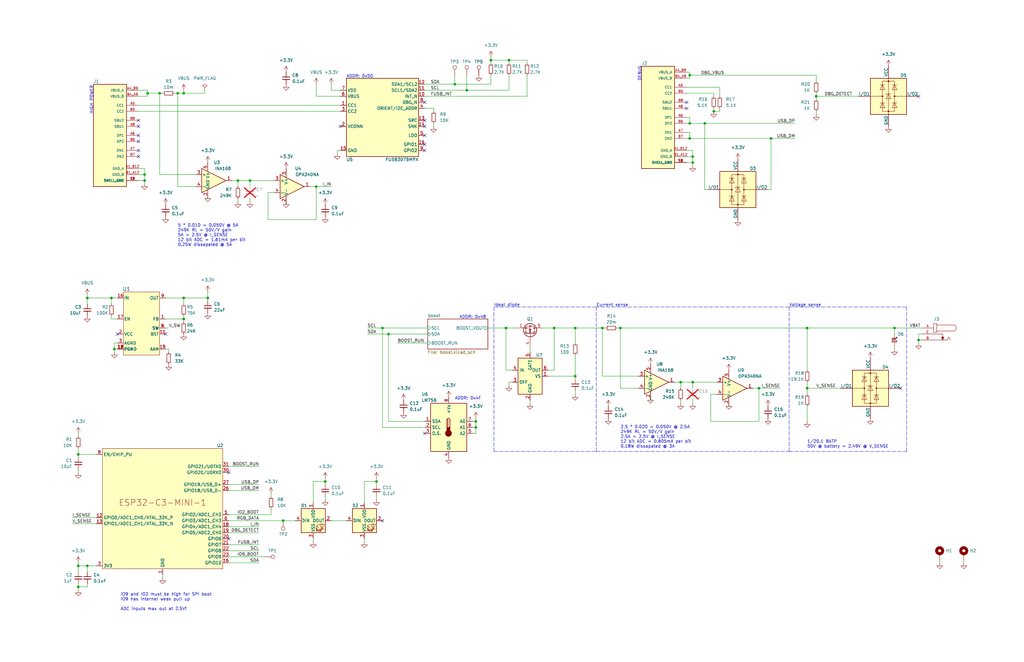
<source format=kicad_sch>
(kicad_sch (version 20231120) (generator "eeschema") (generator_version "8.0")
  (paper "B")
  (title_block (rev "2"))
  (junction (at 133.35 78.74))
  (junction (at 287.02 161.29))
  (junction (at 36.83 238.76))
  (junction (at 67.31 39.37))
  (junction (at 33.02 191.77))
  (junction (at 340.36 138.43))
  (junction (at 77.47 39.37))
  (junction (at 33.02 247.65))
  (junction (at 87.63 125.73))
  (junction (at 105.41 76.2))
  (junction (at 242.57 138.43))
  (junction (at 74.93 39.37))
  (junction (at 292.1 68.58))
  (junction (at 137.16 203.2))
  (junction (at 36.83 125.73))
  (junction (at 290.83 58.42))
  (junction (at 200.66 180.34))
  (junction (at 254 138.43))
  (junction (at 300.99 46.99))
  (junction (at 60.96 76.2))
  (junction (at 214.63 25.4))
  (junction (at 344.17 40.64))
  (junction (at 233.68 138.43))
  (junction (at 292.1 161.29))
  (junction (at 62.23 39.37))
  (junction (at 261.62 138.43))
  (junction (at 196.85 38.1))
  (junction (at 387.35 143.51))
  (junction (at 213.36 138.43))
  (junction (at 207.01 25.4))
  (junction (at 119.38 219.71))
  (junction (at 77.47 134.62))
  (junction (at 200.66 177.8))
  (junction (at 297.18 52.07))
  (junction (at 77.47 125.73))
  (junction (at 158.75 203.2))
  (junction (at 191.77 35.56))
  (junction (at 242.57 158.75))
  (junction (at 290.83 52.07))
  (junction (at 60.96 73.66))
  (junction (at 161.29 138.43))
  (junction (at 377.19 138.43))
  (junction (at 290.83 31.75))
  (junction (at 325.12 58.42))
  (junction (at 33.02 238.76))
  (junction (at 340.36 163.83))
  (junction (at 163.83 140.97))
  (junction (at 100.33 76.2))
  (junction (at 48.26 147.32))
  (junction (at 292.1 66.04))
  (junction (at 46.99 125.73))
  (junction (at 320.04 163.83))
  (no_connect (at 379.73 163.83))
  (no_connect (at 143.51 53.34))
  (no_connect (at 179.07 50.8))
  (no_connect (at 179.07 60.96))
  (no_connect (at 58.42 50.8))
  (no_connect (at 289.56 43.18))
  (no_connect (at 69.85 140.97))
  (no_connect (at 96.52 227.33))
  (no_connect (at 289.56 45.72))
  (no_connect (at 161.29 219.71))
  (no_connect (at 58.42 57.15))
  (no_connect (at 179.07 182.88))
  (no_connect (at 179.07 43.18))
  (no_connect (at 179.07 53.34))
  (no_connect (at 387.35 40.64))
  (no_connect (at 179.07 63.5))
  (no_connect (at 179.07 57.15))
  (no_connect (at 58.42 59.69))
  (no_connect (at 58.42 63.5))
  (no_connect (at 58.42 66.04))
  (no_connect (at 49.53 140.97))
  (no_connect (at 96.52 199.39))
  (no_connect (at 58.42 53.34))
  (wire (pts (xy 200.66 176.53) (xy 200.66 177.8)))
  (wire (pts (xy 96.52 217.17) (xy 114.3 217.17)))
  (wire (pts (xy 233.68 156.21) (xy 233.68 138.43)))
  (wire (pts (xy 242.57 158.75) (xy 242.57 160.02)))
  (wire (pts (xy 300.99 39.37) (xy 300.99 40.64)))
  (wire (pts (xy 105.41 76.2) (xy 105.41 78.74)))
  (wire (pts (xy 207.01 24.13) (xy 207.01 25.4)))
  (wire (pts (xy 297.18 52.07) (xy 297.18 80.01)))
  (polyline (pts (xy 332.74 190.5) (xy 382.27 190.5)) (stroke (width 0) (type dash)))
  (wire (pts (xy 388.62 140.97) (xy 387.35 140.97)))
  (wire (pts (xy 320.04 177.8) (xy 299.72 177.8)))
  (wire (pts (xy 290.83 49.53) (xy 290.83 52.07)))
  (wire (pts (xy 214.63 25.4) (xy 214.63 26.67)))
  (wire (pts (xy 133.35 40.64) (xy 143.51 40.64)))
  (wire (pts (xy 46.99 125.73) (xy 46.99 128.27)))
  (wire (pts (xy 377.19 138.43) (xy 388.62 138.43)))
  (wire (pts (xy 36.83 124.46) (xy 36.83 125.73)))
  (wire (pts (xy 105.41 76.2) (xy 115.57 76.2)))
  (wire (pts (xy 231.14 156.21) (xy 233.68 156.21)))
  (wire (pts (xy 133.35 78.74) (xy 139.7 78.74)))
  (wire (pts (xy 290.83 52.07) (xy 297.18 52.07)))
  (wire (pts (xy 77.47 125.73) (xy 77.47 128.27)))
  (wire (pts (xy 289.56 36.83) (xy 303.53 36.83)))
  (wire (pts (xy 69.85 147.32) (xy 71.12 147.32)))
  (polyline (pts (xy 208.28 190.5) (xy 251.46 190.5)) (stroke (width 0) (type dash)))
  (wire (pts (xy 215.9 156.21) (xy 213.36 156.21)))
  (wire (pts (xy 36.83 125.73) (xy 46.99 125.73)))
  (wire (pts (xy 69.85 138.43) (xy 71.12 138.43)))
  (wire (pts (xy 179.07 180.34) (xy 161.29 180.34)))
  (wire (pts (xy 132.08 203.2) (xy 137.16 203.2)))
  (wire (pts (xy 96.52 234.95) (xy 111.76 234.95)))
  (wire (pts (xy 287.02 161.29) (xy 292.1 161.29)))
  (wire (pts (xy 303.53 46.99) (xy 303.53 45.72)))
  (wire (pts (xy 96.52 237.49) (xy 109.22 237.49)))
  (wire (pts (xy 33.02 237.49) (xy 33.02 238.76)))
  (wire (pts (xy 69.85 125.73) (xy 77.47 125.73)))
  (wire (pts (xy 289.56 49.53) (xy 290.83 49.53)))
  (wire (pts (xy 207.01 35.56) (xy 207.01 31.75)))
  (wire (pts (xy 62.23 40.64) (xy 62.23 39.37)))
  (wire (pts (xy 344.17 40.64) (xy 344.17 41.91)))
  (wire (pts (xy 132.08 212.09) (xy 132.08 203.2)))
  (wire (pts (xy 254 138.43) (xy 255.27 138.43)))
  (wire (pts (xy 200.66 177.8) (xy 200.66 180.34)))
  (wire (pts (xy 77.47 125.73) (xy 87.63 125.73)))
  (wire (pts (xy 154.94 140.97) (xy 163.83 140.97)))
  (wire (pts (xy 292.1 168.91) (xy 292.1 170.18)))
  (wire (pts (xy 58.42 38.1) (xy 62.23 38.1)))
  (wire (pts (xy 344.17 46.99) (xy 344.17 48.26)))
  (wire (pts (xy 179.07 35.56) (xy 191.77 35.56)))
  (wire (pts (xy 46.99 133.35) (xy 46.99 134.62)))
  (wire (pts (xy 158.75 201.93) (xy 158.75 203.2)))
  (wire (pts (xy 60.96 76.2) (xy 60.96 77.47)))
  (wire (pts (xy 284.48 161.29) (xy 287.02 161.29)))
  (wire (pts (xy 33.02 247.65) (xy 36.83 247.65)))
  (wire (pts (xy 179.07 45.72) (xy 182.88 45.72)))
  (wire (pts (xy 340.36 138.43) (xy 340.36 156.21)))
  (wire (pts (xy 96.52 229.87) (xy 109.22 229.87)))
  (wire (pts (xy 213.36 156.21) (xy 213.36 138.43)))
  (wire (pts (xy 323.85 80.01) (xy 325.12 80.01)))
  (wire (pts (xy 222.25 25.4) (xy 222.25 26.67)))
  (wire (pts (xy 74.93 78.74) (xy 74.93 39.37)))
  (wire (pts (xy 214.63 38.1) (xy 214.63 31.75)))
  (wire (pts (xy 325.12 58.42) (xy 335.28 58.42)))
  (wire (pts (xy 36.83 238.76) (xy 40.64 238.76)))
  (wire (pts (xy 167.64 144.78) (xy 180.34 144.78)))
  (wire (pts (xy 340.36 138.43) (xy 377.19 138.43)))
  (wire (pts (xy 406.4 236.22) (xy 406.4 237.49)))
  (wire (pts (xy 179.07 177.8) (xy 163.83 177.8)))
  (wire (pts (xy 69.85 134.62) (xy 77.47 134.62)))
  (wire (pts (xy 205.74 138.43) (xy 213.36 138.43)))
  (wire (pts (xy 96.52 224.79) (xy 109.22 224.79)))
  (wire (pts (xy 62.23 39.37) (xy 62.23 38.1)))
  (wire (pts (xy 96.52 196.85) (xy 109.22 196.85)))
  (wire (pts (xy 387.35 140.97) (xy 387.35 143.51)))
  (wire (pts (xy 242.57 138.43) (xy 242.57 144.78)))
  (wire (pts (xy 300.99 45.72) (xy 300.99 46.99)))
  (wire (pts (xy 73.66 39.37) (xy 74.93 39.37)))
  (polyline (pts (xy 332.74 129.54) (xy 251.46 129.54)) (stroke (width 0) (type dash)))
  (wire (pts (xy 387.35 143.51) (xy 388.62 143.51)))
  (wire (pts (xy 48.26 147.32) (xy 48.26 148.59)))
  (wire (pts (xy 292.1 66.04) (xy 292.1 68.58)))
  (wire (pts (xy 325.12 80.01) (xy 325.12 58.42)))
  (wire (pts (xy 242.57 165.1) (xy 242.57 166.37)))
  (wire (pts (xy 67.31 73.66) (xy 67.31 39.37)))
  (wire (pts (xy 87.63 125.73) (xy 87.63 127)))
  (wire (pts (xy 142.24 63.5) (xy 143.51 63.5)))
  (wire (pts (xy 120.65 85.09) (xy 120.65 86.36)))
  (wire (pts (xy 58.42 46.99) (xy 143.51 46.99)))
  (wire (pts (xy 214.63 161.29) (xy 215.9 161.29)))
  (wire (pts (xy 289.56 68.58) (xy 292.1 68.58)))
  (wire (pts (xy 137.16 203.2) (xy 137.16 204.47)))
  (wire (pts (xy 260.35 138.43) (xy 261.62 138.43)))
  (wire (pts (xy 58.42 40.64) (xy 62.23 40.64)))
  (wire (pts (xy 377.19 138.43) (xy 377.19 140.97)))
  (wire (pts (xy 96.52 222.25) (xy 109.22 222.25)))
  (wire (pts (xy 77.47 133.35) (xy 77.47 134.62)))
  (wire (pts (xy 33.02 182.88) (xy 33.02 184.15)))
  (wire (pts (xy 196.85 31.75) (xy 196.85 38.1)))
  (wire (pts (xy 68.58 242.57) (xy 68.58 243.84)))
  (wire (pts (xy 191.77 35.56) (xy 207.01 35.56)))
  (wire (pts (xy 130.81 78.74) (xy 133.35 78.74)))
  (wire (pts (xy 30.48 218.44) (xy 40.64 218.44)))
  (wire (pts (xy 387.35 143.51) (xy 387.35 144.78)))
  (wire (pts (xy 58.42 71.12) (xy 60.96 71.12)))
  (wire (pts (xy 287.02 168.91) (xy 287.02 170.18)))
  (wire (pts (xy 242.57 149.86) (xy 242.57 158.75)))
  (wire (pts (xy 58.42 73.66) (xy 60.96 73.66)))
  (wire (pts (xy 114.3 208.28) (xy 114.3 209.55)))
  (wire (pts (xy 153.67 227.33) (xy 153.67 228.6)))
  (wire (pts (xy 261.62 138.43) (xy 340.36 138.43)))
  (wire (pts (xy 74.93 39.37) (xy 77.47 39.37)))
  (wire (pts (xy 200.66 182.88) (xy 199.39 182.88)))
  (wire (pts (xy 289.56 33.02) (xy 290.83 33.02)))
  (wire (pts (xy 222.25 40.64) (xy 222.25 31.75)))
  (wire (pts (xy 199.39 177.8) (xy 200.66 177.8)))
  (wire (pts (xy 344.17 31.75) (xy 344.17 34.29)))
  (wire (pts (xy 182.88 52.07) (xy 182.88 53.34)))
  (wire (pts (xy 114.3 217.17) (xy 114.3 214.63)))
  (wire (pts (xy 133.35 78.74) (xy 133.35 92.71)))
  (wire (pts (xy 33.02 241.3) (xy 33.02 238.76)))
  (wire (pts (xy 158.75 203.2) (xy 158.75 204.47)))
  (wire (pts (xy 199.39 180.34) (xy 200.66 180.34)))
  (wire (pts (xy 36.83 246.38) (xy 36.83 247.65)))
  (wire (pts (xy 213.36 138.43) (xy 218.44 138.43)))
  (wire (pts (xy 214.63 162.56) (xy 214.63 161.29)))
  (wire (pts (xy 46.99 134.62) (xy 49.53 134.62)))
  (wire (pts (xy 67.31 39.37) (xy 68.58 39.37)))
  (wire (pts (xy 97.79 76.2) (xy 100.33 76.2)))
  (wire (pts (xy 139.7 219.71) (xy 146.05 219.71)))
  (wire (pts (xy 139.7 35.56) (xy 139.7 38.1)))
  (wire (pts (xy 289.56 39.37) (xy 300.99 39.37)))
  (wire (pts (xy 137.16 209.55) (xy 137.16 210.82)))
  (wire (pts (xy 207.01 25.4) (xy 207.01 26.67)))
  (wire (pts (xy 269.24 163.83) (xy 261.62 163.83)))
  (wire (pts (xy 207.01 25.4) (xy 214.63 25.4)))
  (wire (pts (xy 133.35 35.56) (xy 133.35 40.64)))
  (wire (pts (xy 340.36 171.45) (xy 340.36 177.8)))
  (wire (pts (xy 96.52 232.41) (xy 109.22 232.41)))
  (wire (pts (xy 287.02 161.29) (xy 287.02 163.83)))
  (polyline (pts (xy 382.27 129.54) (xy 332.74 129.54)) (stroke (width 0) (type dash)))
  (wire (pts (xy 182.88 45.72) (xy 182.88 46.99)))
  (wire (pts (xy 77.47 134.62) (xy 77.47 135.89)))
  (wire (pts (xy 200.66 180.34) (xy 200.66 182.88)))
  (wire (pts (xy 33.02 246.38) (xy 33.02 247.65)))
  (polyline (pts (xy 332.74 190.5) (xy 332.74 129.54)) (stroke (width 0) (type dash)))
  (wire (pts (xy 87.63 123.19) (xy 87.63 125.73)))
  (wire (pts (xy 303.53 36.83) (xy 303.53 40.64)))
  (wire (pts (xy 100.33 83.82) (xy 100.33 85.09)))
  (wire (pts (xy 242.57 158.75) (xy 231.14 158.75)))
  (wire (pts (xy 82.55 73.66) (xy 67.31 73.66)))
  (wire (pts (xy 58.42 44.45) (xy 143.51 44.45)))
  (wire (pts (xy 340.36 163.83) (xy 354.33 163.83)))
  (wire (pts (xy 340.36 161.29) (xy 340.36 163.83)))
  (wire (pts (xy 77.47 39.37) (xy 77.47 38.1)))
  (wire (pts (xy 292.1 161.29) (xy 302.26 161.29)))
  (polyline (pts (xy 251.46 190.5) (xy 332.74 190.5)) (stroke (width 0) (type dash)))
  (wire (pts (xy 290.83 58.42) (xy 290.83 55.88)))
  (wire (pts (xy 158.75 209.55) (xy 158.75 210.82)))
  (wire (pts (xy 139.7 38.1) (xy 143.51 38.1)))
  (wire (pts (xy 33.02 191.77) (xy 40.64 191.77)))
  (wire (pts (xy 100.33 76.2) (xy 100.33 78.74)))
  (wire (pts (xy 290.83 58.42) (xy 325.12 58.42)))
  (wire (pts (xy 196.85 38.1) (xy 214.63 38.1)))
  (wire (pts (xy 228.6 138.43) (xy 233.68 138.43)))
  (wire (pts (xy 223.52 168.91) (xy 223.52 170.18)))
  (wire (pts (xy 49.53 144.78) (xy 48.26 144.78)))
  (polyline (pts (xy 251.46 129.54) (xy 208.28 129.54)) (stroke (width 0) (type dash)))
  (wire (pts (xy 60.96 71.12) (xy 60.96 73.66)))
  (wire (pts (xy 48.26 147.32) (xy 49.53 147.32)))
  (wire (pts (xy 320.04 163.83) (xy 320.04 177.8)))
  (wire (pts (xy 396.24 236.22) (xy 396.24 237.49)))
  (wire (pts (xy 133.35 92.71) (xy 113.03 92.71)))
  (wire (pts (xy 96.52 204.47) (xy 109.22 204.47)))
  (wire (pts (xy 307.34 170.18) (xy 307.34 171.45)))
  (wire (pts (xy 154.94 138.43) (xy 161.29 138.43)))
  (wire (pts (xy 161.29 138.43) (xy 180.34 138.43)))
  (wire (pts (xy 242.57 138.43) (xy 254 138.43)))
  (wire (pts (xy 153.67 203.2) (xy 158.75 203.2)))
  (wire (pts (xy 289.56 55.88) (xy 290.83 55.88)))
  (polyline (pts (xy 208.28 129.54) (xy 208.28 190.5)) (stroke (width 0) (type dash)))
  (wire (pts (xy 299.72 166.37) (xy 302.26 166.37)))
  (wire (pts (xy 105.41 83.82) (xy 105.41 85.09)))
  (wire (pts (xy 87.63 82.55) (xy 87.63 83.82)))
  (wire (pts (xy 261.62 163.83) (xy 261.62 138.43)))
  (wire (pts (xy 71.12 147.32) (xy 71.12 148.59)))
  (wire (pts (xy 96.52 207.01) (xy 109.22 207.01)))
  (wire (pts (xy 142.24 64.77) (xy 142.24 63.5)))
  (wire (pts (xy 299.72 177.8) (xy 299.72 166.37)))
  (wire (pts (xy 30.48 220.98) (xy 40.64 220.98)))
  (wire (pts (xy 33.02 238.76) (xy 36.83 238.76)))
  (wire (pts (xy 96.52 219.71) (xy 119.38 219.71)))
  (wire (pts (xy 298.45 80.01) (xy 297.18 80.01)))
  (wire (pts (xy 320.04 163.83) (xy 328.93 163.83)))
  (wire (pts (xy 48.26 144.78) (xy 48.26 147.32)))
  (wire (pts (xy 289.56 30.48) (xy 290.83 30.48)))
  (wire (pts (xy 100.33 76.2) (xy 105.41 76.2)))
  (wire (pts (xy 377.19 146.05) (xy 377.19 147.32)))
  (wire (pts (xy 292.1 63.5) (xy 292.1 66.04)))
  (polyline (pts (xy 382.27 190.5) (xy 382.27 129.54)) (stroke (width 0) (type dash)))
  (polyline (pts (xy 251.46 190.5) (xy 251.46 129.54)) (stroke (width 0) (type dash)))
  (wire (pts (xy 289.56 58.42) (xy 290.83 58.42)))
  (wire (pts (xy 290.83 30.48) (xy 290.83 31.75)))
  (wire (pts (xy 274.32 167.64) (xy 274.32 168.91)))
  (wire (pts (xy 36.83 125.73) (xy 36.83 128.27)))
  (wire (pts (xy 233.68 138.43) (xy 242.57 138.43)))
  (wire (pts (xy 113.03 92.71) (xy 113.03 81.28)))
  (wire (pts (xy 290.83 31.75) (xy 344.17 31.75)))
  (wire (pts (xy 297.18 52.07) (xy 335.28 52.07)))
  (wire (pts (xy 33.02 247.65) (xy 33.02 248.92)))
  (wire (pts (xy 113.03 81.28) (xy 115.57 81.28)))
  (wire (pts (xy 179.07 40.64) (xy 222.25 40.64)))
  (wire (pts (xy 223.52 146.05) (xy 223.52 148.59)))
  (wire (pts (xy 33.02 191.77) (xy 33.02 193.04)))
  (wire (pts (xy 254 158.75) (xy 254 138.43)))
  (wire (pts (xy 137.16 201.93) (xy 137.16 203.2)))
  (wire (pts (xy 191.77 31.75) (xy 191.77 35.56)))
  (wire (pts (xy 86.36 39.37) (xy 86.36 38.1)))
  (wire (pts (xy 62.23 39.37) (xy 67.31 39.37)))
  (wire (pts (xy 33.02 189.23) (xy 33.02 191.77)))
  (wire (pts (xy 132.08 227.33) (xy 132.08 228.6)))
  (wire (pts (xy 161.29 180.34) (xy 161.29 138.43)))
  (wire (pts (xy 300.99 46.99) (xy 303.53 46.99)))
  (wire (pts (xy 153.67 212.09) (xy 153.67 203.2)))
  (wire (pts (xy 33.02 198.12) (xy 33.02 199.39)))
  (wire (pts (xy 163.83 140.97) (xy 180.34 140.97)))
  (wire (pts (xy 58.42 76.2) (xy 60.96 76.2)))
  (wire (pts (xy 292.1 68.58) (xy 292.1 69.85)))
  (wire (pts (xy 60.96 73.66) (xy 60.96 76.2)))
  (wire (pts (xy 289.56 66.04) (xy 292.1 66.04)))
  (wire (pts (xy 119.38 219.71) (xy 124.46 219.71)))
  (wire (pts (xy 344.17 39.37) (xy 344.17 40.64)))
  (wire (pts (xy 36.83 241.3) (xy 36.83 238.76)))
  (wire (pts (xy 82.55 78.74) (xy 74.93 78.74)))
  (wire (pts (xy 289.56 52.07) (xy 290.83 52.07)))
  (wire (pts (xy 290.83 31.75) (xy 290.83 33.02)))
  (wire (pts (xy 344.17 40.64) (xy 361.95 40.64)))
  (wire (pts (xy 292.1 161.29) (xy 292.1 163.83)))
  (wire (pts (xy 289.56 63.5) (xy 292.1 63.5)))
  (wire (pts (xy 214.63 25.4) (xy 222.25 25.4)))
  (wire (pts (xy 340.36 163.83) (xy 340.36 166.37)))
  (wire (pts (xy 46.99 125.73) (xy 49.53 125.73)))
  (wire (pts (xy 317.5 163.83) (xy 320.04 163.83)))
  (wire (pts (xy 77.47 39.37) (xy 86.36 39.37)))
  (wire (pts (xy 179.07 38.1) (xy 196.85 38.1)))
  (wire (pts (xy 163.83 177.8) (xy 163.83 140.97)))
  (wire (pts (xy 269.24 158.75) (xy 254 158.75)))
  (text "ADDR: 0x50" (at 146.05 33.02 0) (effects (font (size 1.27 1.27)) (justify left bottom)))
  (text "5 * 0.010 = 0.050V @ 5A\n249K RL = 50V/V gain\n5A = 2.5V @ I_SENSE\n12 bit ADC = 1.61mA per bit\n0.25W dissapated @ 5A" (at 74.93 104.14 0) (effects (font (size 1.27 1.27)) (justify left bottom)))
  (text "Ideal diode" (at 208.28 129.54 0) (effects (font (size 1.27 1.27)) (justify left bottom)))
  (text "1/20.1 BATP\n50V @ battery = 2.49V @ V_SENSE" (at 340.36 189.23 0) (effects (font (size 1.27 1.27)) (justify left bottom)))
  (text "DEBUG" (at 270.51 34.29 90) (effects (font (size 1.27 1.27)) (justify left bottom)))
  (text "HIGH POWER" (at 39.37 48.26 90) (effects (font (size 1.27 1.27)) (justify left bottom)))
  (text "Current sense" (at 251.46 129.54 0) (effects (font (size 1.27 1.27)) (justify left bottom)))
  (text "IO9 and IO2 must be high for SPI boot\nIO9 has internal weak pull up\n\nADC inputs max out at 2.5V!" (at 50.8 257.81 0) (effects (font (size 1.27 1.27)) (justify left bottom)))
  (text "ADDR: 0x48" (at 193.675 134.62 0) (effects (font (size 1.27 1.27)) (justify left bottom)))
  (text "ADDR: 0x4F" (at 191.77 168.91 0) (effects (font (size 1.27 1.27)) (justify left bottom)))
  (text "Voltage sense" (at 332.74 129.54 0) (effects (font (size 1.27 1.27)) (justify left bottom)))
  (text "2.5 * 0.020 = 0.050V @ 2.5A\n249K RL = 50V/V gain\n2.5A = 2.5V @ I_SENSE\n12 bit ADC = 0.805mA per bit\n0.18W dissapated @ 3A" (at 261.62 189.23 0) (effects (font (size 1.27 1.27)) (justify left bottom)))
  (label "V_SENSE" (at 344.17 163.83 0))
  (label "SDA" (at 181.61 35.56 0))
  (label "BOOST_RUN" (at 109.22 196.85 180))
  (label "I_SENSE" (at 30.48 218.44 0))
  (label "USB_DM" (at 109.22 207.01 180))
  (label "FUSB_INT" (at 109.22 229.87 180))
  (label "I_IN" (at 109.22 222.25 180))
  (label "SCL" (at 181.61 38.1 0))
  (label "I_IN" (at 139.7 78.74 180))
  (label "SDA" (at 154.94 140.97 0))
  (label "DBG_DETECT" (at 109.22 224.79 180))
  (label "IO2_BOOT" (at 109.22 217.17 180))
  (label "RGB_DATA" (at 109.22 219.71 180))
  (label "VBAT" (at 383.54 138.43 0))
  (label "USB_DM" (at 335.28 58.42 180))
  (label "USB_DP" (at 335.28 52.07 180))
  (label "SCL" (at 109.22 232.41 180))
  (label "SDA" (at 109.22 237.49 180))
  (label "SCL" (at 154.94 138.43 0))
  (label "USB_DP" (at 109.22 204.47 180))
  (label "BOOST_RUN" (at 167.64 144.78 0))
  (label "V_SENSE" (at 30.48 220.98 0))
  (label "FUSB_INT" (at 181.61 40.64 0))
  (label "DBG_VBUS" (at 305.435 31.75 180))
  (label "IO9_BOOT" (at 109.22 234.95 180))
  (label "V_SW" (at 71.12 138.43 0))
  (label "DBG_DETECT" (at 359.41 40.64 180))
  (label "I_SENSE" (at 328.93 163.83 180))
  (symbol (lib_id "power:VBUS") (at 133.35 35.56 0) (mirror y) (unit 1)
    (property "Reference" "#PWR085" (effects (hide yes)))
    (property "Value" "VBUS" (at 133.35 30.48 0))
  )
  (symbol (lib_id "power:+3.3V") (at 33.02 182.88 0) (unit 1)
    (property "Reference" "#PWR01" (effects (hide yes)))
    (property "Value" "+3.3V" (at 33.02 177.8 0))
  )
  (symbol (lib_id "Device:R_Small") (at 257.81 138.43 90) (unit 1)
    (property "Reference" "R14" (at 257.81 133.35 90))
    (property "Value" "20m" (at 257.81 135.89 90))
    (property "Footprint" "Resistor_SMD:R_0603_1608Metric" (effects (hide yes)))
    (property "MPN" "ERJ-3BWFR020V" (effects (hide yes)))
  )
  (symbol (lib_id "power:+3.3V") (at 114.3 208.28 0) (unit 1)
    (property "Reference" "#PWR021" (effects (hide yes)))
    (property "Value" "+3.3V" (at 114.3 203.2 0))
  )
  (symbol (lib_id "Device:C_Small") (at 256.54 173.99 0) (mirror y) (unit 1)
    (property "Reference" "C14" (at 259.08 172.7263 0) (effects (justify right)))
    (property "Value" "0.1uF" (at 259.08 175.2663 0) (effects (justify right)))
    (property "Footprint" "Capacitor_SMD:C_0603_1608Metric" (effects (hide yes)))
    (property "MPN" "CL10B104KB8NNNC" (effects (hide yes)))
  )
  (symbol (lib_id "Transistor_FET:CSD19532Q5B") (at 223.52 140.97 270) (mirror x) (unit 1)
    (property "Reference" "Q1" (at 223.52 134.62 90))
    (property "Value" "CSD19532Q5B" (effects (hide yes)))
    (property "Footprint" "Package_TO_SOT_SMD:TDSON-8-1" (effects (hide yes)))
    (property "Datasheet" "http://www.ti.com/lit/gpn/csd19532q5b" (effects (hide yes)))
    (property "MPN" "CSD19532Q5B" (effects (hide yes)))
  )
  (symbol (lib_id "Device:R_Small") (at 71.12 151.13 0) (unit 1)
    (property "Reference" "R4" (at 73.66 149.86 0) (effects (justify left)))
    (property "Value" "33K" (at 73.66 152.4 0) (effects (justify left)))
    (property "Footprint" "Resistor_SMD:R_0603_1608Metric" (effects (hide yes)))
    (property "MPN" "RMCF0603FT33K0" (effects (hide yes)))
  )
  (symbol (lib_id "power:GND") (at 182.88 53.34 0) (unit 1)
    (property "Reference" "#PWR038" (effects (hide yes)))
    (property "Value" "GND" (effects (hide yes)))
  )
  (symbol (lib_id "power:GND") (at 77.47 140.97 0) (unit 1)
    (property "Reference" "#PWR014" (effects (hide yes)))
    (property "Value" "GND" (effects (hide yes)))
  )
  (symbol (lib_id "power:+3.3V") (at 274.32 153.67 0) (unit 1)
    (property "Reference" "#PWR049" (effects (hide yes)))
    (property "Value" "+3.3V" (at 274.32 148.59 0))
  )
  (symbol (lib_id "power:GND") (at 158.75 210.82 0) (unit 1)
    (property "Reference" "#PWR035" (effects (hide yes)))
    (property "Value" "GND" (effects (hide yes)))
  )
  (symbol (lib_id "power:GND") (at 137.16 210.82 0) (unit 1)
    (property "Reference" "#PWR030" (effects (hide yes)))
    (property "Value" "GND" (effects (hide yes)))
  )
  (symbol (lib_id "Device:C_Small") (at 158.75 207.01 0) (mirror y) (unit 1)
    (property "Reference" "C11" (at 161.29 205.7463 0) (effects (justify right)))
    (property "Value" "0.1uF" (at 161.29 208.2863 0) (effects (justify right)))
    (property "Footprint" "Capacitor_SMD:C_0603_1608Metric" (effects (hide yes)))
    (property "MPN" "CL10B104KB8NNNC" (effects (hide yes)))
  )
  (symbol (lib_id "power:+3.3V") (at 189.23 167.64 0) (unit 1)
    (property "Reference" "#PWR039" (effects (hide yes)))
    (property "Value" "+3.3V" (at 189.23 162.56 0))
  )
  (symbol (lib_id "Device:R_Small") (at 77.47 130.81 0) (unit 1)
    (property "Reference" "R5" (at 78.74 129.54 0) (effects (justify left)))
    (property "Value" "75K" (at 78.74 132.08 0) (effects (justify left)))
    (property "Footprint" "Resistor_SMD:R_0603_1608Metric" (effects (hide yes)))
    (property "MPN" "RC0603FR-0775KL" (effects (hide yes)))
  )
  (symbol (lib_id "Device:C_Small") (at 137.16 207.01 0) (mirror y) (unit 1)
    (property "Reference" "C10" (at 139.7 205.7463 0) (effects (justify right)))
    (property "Value" "0.1uF" (at 139.7 208.2863 0) (effects (justify right)))
    (property "Footprint" "Capacitor_SMD:C_0603_1608Metric" (effects (hide yes)))
    (property "MPN" "CL10B104KB8NNNC" (effects (hide yes)))
  )
  (symbol (lib_id "power:GND") (at 189.23 193.04 0) (unit 1)
    (property "Reference" "#PWR040" (effects (hide yes)))
    (property "Value" "GND" (effects (hide yes)))
  )
  (symbol (lib_id "Amplifier_Current:INA168") (at 90.17 76.2 0) (unit 1)
    (property "Reference" "U3" (at 91.44 68.58 0))
    (property "Value" "INA168" (at 93.98 71.12 0))
    (property "Footprint" "Package_TO_SOT_SMD:SOT-23-5" (effects (hide yes)))
    (property "Datasheet" "http://www.ti.com/lit/ds/symlink/ina138.pdf" (effects (hide yes)))
    (property "MPN" "INA168NA" (effects (hide yes)))
  )
  (symbol (lib_id "power:+3.3V") (at 307.34 156.21 0) (unit 1)
    (property "Reference" "#PWR055" (effects (hide yes)))
    (property "Value" "+3.3V" (at 307.34 151.13 0))
  )
  (symbol (lib_id "Device:R_Small") (at 303.53 43.18 0) (unit 1)
    (property "Reference" "R17" (at 306.07 41.91 0) (effects (justify left)))
    (property "Value" "5.1K" (at 306.07 44.45 0) (effects (justify left)))
    (property "Footprint" "Resistor_SMD:R_0603_1608Metric" (effects (hide yes)))
    (property "MPN" "RC0603FR-075K1L" (effects (hide yes)))
  )
  (symbol (lib_id "Device:C_Small") (at 36.83 243.84 0) (mirror y) (unit 1)
    (property "Reference" "C4" (at 39.37 242.5763 0) (effects (justify right)))
    (property "Value" "0.1uF" (at 39.37 245.1163 0) (effects (justify right)))
    (property "Footprint" "Capacitor_SMD:C_0603_1608Metric" (effects (hide yes)))
    (property "MPN" "CL10B104KB8NNNC" (effects (hide yes)))
  )
  (symbol (lib_id "power:GND") (at 68.58 243.84 0) (unit 1)
    (property "Reference" "#PWR09" (effects (hide yes)))
    (property "Value" "GND" (effects (hide yes)))
  )
  (symbol (lib_id "power:+3.3V") (at 158.75 201.93 0) (unit 1)
    (property "Reference" "#PWR034" (effects (hide yes)))
    (property "Value" "+3.3V" (at 158.75 196.85 0))
  )
  (symbol (lib_id "power:+3.3V") (at 137.16 86.36 0) (unit 1)
    (property "Reference" "#PWR027" (effects (hide yes)))
    (property "Value" "+3.3V" (at 137.16 81.28 0))
  )
  (symbol (lib_id "power:GND") (at 344.17 48.26 0) (unit 1)
    (property "Reference" "#PWR062" (effects (hide yes)))
    (property "Value" "GND" (effects (hide yes)))
  )
  (symbol (lib_id "power:+3.3V") (at 137.16 201.93 0) (unit 1)
    (property "Reference" "#PWR029" (effects (hide yes)))
    (property "Value" "+3.3V" (at 137.16 196.85 0))
  )
  (symbol (lib_id "Device:R_Small") (at 100.33 81.28 0) (unit 1)
    (property "Reference" "R7" (at 97.79 80.01 0) (effects (justify right)))
    (property "Value" "249K" (at 97.79 82.55 0) (effects (justify right)))
    (property "Footprint" "Resistor_SMD:R_0603_1608Metric" (effects (hide yes)))
    (property "MPN" "RMCF0603FT249K" (effects (hide yes)))
  )
  (symbol (lib_id "power:GND") (at 142.24 64.77 0) (unit 1)
    (property "Reference" "#PWR032" (effects (hide yes)))
    (property "Value" "GND" (effects (hide yes)))
  )
  (symbol (lib_id "Device:R_Small") (at 340.36 158.75 0) (unit 1)
    (property "Reference" "R18" (at 339.09 157.48 0) (effects (justify right)))
    (property "Value" "19.1K" (at 339.09 160.02 0) (effects (justify right)))
    (property "Footprint" "Resistor_SMD:R_0603_1608Metric" (effects (hide yes)))
    (property "MPN" "RMCF0603FT19K1" (effects (hide yes)))
  )
  (symbol (lib_id "power:GND") (at 256.54 176.53 0) (unit 1)
    (property "Reference" "#PWR048" (effects (hide yes)))
    (property "Value" "GND" (effects (hide yes)))
  )
  (symbol (lib_id "power:GND") (at 120.65 85.09 0) (unit 1)
    (property "Reference" "#PWR023" (effects (hide yes)))
    (property "Value" "GND" (effects (hide yes)))
  )
  (symbol (lib_id "power:GND") (at 396.24 237.49 0) (unit 1)
    (property "Reference" "#PWR069" (effects (hide yes)))
    (property "Value" "GND" (effects (hide yes)))
  )
  (symbol (lib_id "Device:R_Small") (at 300.99 43.18 0) (mirror y) (unit 1)
    (property "Reference" "R16" (at 298.45 41.91 0) (effects (justify left)))
    (property "Value" "5.1K" (at 298.45 44.45 0) (effects (justify left)))
    (property "Footprint" "Resistor_SMD:R_0603_1608Metric" (effects (hide yes)))
    (property "MPN" "RC0603FR-075K1L" (effects (hide yes)))
  )
  (symbol (lib_id "MPM3606A:MPM3606AGQV-P") (at 44.45 125.73 0) (unit 1)
    (property "Reference" "U1" (at 53.34 121.92 0) (effects (font (size 1.524 1.524))))
    (property "Value" "MPM3606AGQV-P" (effects (hide yes)))
    (property "Footprint" "MPM3606A:QFN3p0x5p0x1p6_MPM3606A_MNP" (effects (hide yes)))
    (property "Datasheet" "MPM3606AGQV-P" (effects (hide yes)))
    (property "MPN" "MPM3606AGQV-P" (effects (hide yes)))
  )
  (symbol (lib_id "power:GND") (at 105.41 85.09 0) (unit 1)
    (property "Reference" "#PWR020" (effects (hide yes)))
    (property "Value" "GND" (effects (hide yes)))
  )
  (symbol (lib_id "Device:R_Small") (at 344.17 36.83 0) (unit 1)
    (property "Reference" "R20" (at 341.63 35.56 0) (effects (justify right)))
    (property "Value" "1K" (at 341.63 38.1 0) (effects (justify right)))
    (property "Footprint" "Resistor_SMD:R_0603_1608Metric" (effects (hide yes)))
    (property "MPN" "RC0603FR-071KL" (effects (hide yes)))
  )
  (symbol (lib_id "power:GND") (at 387.35 144.78 0) (unit 1)
    (property "Reference" "#PWR068" (effects (hide yes)))
    (property "Value" "GND" (effects (hide yes)))
  )
  (symbol (lib_id "Device:R_Small") (at 182.88 49.53 0) (unit 1)
    (property "Reference" "R9" (at 185.42 48.26 0) (effects (justify left)))
    (property "Value" "10K" (at 185.42 50.8 0) (effects (justify left)))
    (property "Footprint" "Resistor_SMD:R_0603_1608Metric" (effects (hide yes)))
    (property "MPN" "RMCF0603FT10K0" (effects (hide yes)))
  )
  (symbol (lib_id "Device:C_Small") (at 170.18 171.45 0) (mirror y) (unit 1)
    (property "Reference" "C12" (at 172.72 170.1863 0) (effects (justify right)))
    (property "Value" "0.1uF" (at 172.72 172.7263 0) (effects (justify right)))
    (property "Footprint" "Capacitor_SMD:C_0603_1608Metric" (effects (hide yes)))
    (property "MPN" "CL10B104KB8NNNC" (effects (hide yes)))
  )
  (symbol (lib_id "Device:R_Small") (at 242.57 147.32 0) (unit 1)
    (property "Reference" "R13" (at 240.03 146.05 0) (effects (justify right)))
    (property "Value" "100" (at 240.03 148.59 0) (effects (justify right)))
    (property "Footprint" "Resistor_SMD:R_0603_1608Metric" (effects (hide yes)))
    (property "MPN" "RMCF0603FT100R" (effects (hide yes)))
  )
  (symbol (lib_id "power:GND") (at 137.16 91.44 0) (unit 1)
    (property "Reference" "#PWR028" (effects (hide yes)))
    (property "Value" "GND" (effects (hide yes)))
  )
  (symbol (lib_id "power:GND") (at 292.1 69.85 0) (unit 1)
    (property "Reference" "#PWR052" (effects (hide yes)))
    (property "Value" "GND" (effects (hide yes)))
  )
  (symbol (lib_id "power:GND") (at 292.1 170.18 0) (unit 1)
    (property "Reference" "#PWR053" (effects (hide yes)))
    (property "Value" "GND" (effects (hide yes)))
  )
  (symbol (lib_id "power:GND") (at 69.85 91.44 0) (unit 1)
    (property "Reference" "#PWR011" (effects (hide yes)))
    (property "Value" "GND" (effects (hide yes)))
  )
  (symbol (lib_id "power:GND") (at 323.85 176.53 0) (unit 1)
    (property "Reference" "#PWR060" (effects (hide yes)))
    (property "Value" "GND" (effects (hide yes)))
  )
  (symbol (lib_id "power:GND") (at 201.93 31.75 0) (unit 1)
    (property "Reference" "#PWR042" (effects (hide yes)))
    (property "Value" "GND" (effects (hide yes)))
  )
  (symbol (lib_id "power:VBUS") (at 77.47 38.1 0) (unit 1)
    (property "Reference" "#PWR013" (effects (hide yes)))
    (property "Value" "VBUS" (at 77.47 33.02 0))
  )
  (symbol (lib_id "power:GND") (at 132.08 228.6 0) (unit 1)
    (property "Reference" "#PWR026" (effects (hide yes)))
    (property "Value" "GND" (effects (hide yes)))
  )
  (symbol (lib_id "Power_Management:LM5050-1") (at 223.52 158.75 0) (unit 1)
    (property "Reference" "U7" (at 226.06 149.86 0) (effects (justify left)))
    (property "Value" "LM5050-1" (effects (hide yes)))
    (property "Footprint" "Package_TO_SOT_SMD:TSOT-23-6" (effects (hide yes)))
    (property "Datasheet" "http://www.ti.com/lit/ds/symlink/lm5050-1-q1.pdf" (effects (hide yes)))
    (property "MPN" "LM5050MKX-1/NOPB" (effects (hide yes)))
  )
  (symbol (lib_id "power:+3.3V") (at 87.63 68.58 0) (unit 1)
    (property "Reference" "#PWR015" (effects (hide yes)))
    (property "Value" "+3.3V" (at 87.63 63.5 0))
  )
  (symbol (lib_id "power:GND") (at 287.02 170.18 0) (unit 1)
    (property "Reference" "#PWR051" (effects (hide yes)))
    (property "Value" "GND" (effects (hide yes)))
  )
  (symbol (lib_id "power:GND") (at 374.65 53.34 0) (unit 1)
    (property "Reference" "#PWR066" (effects (hide yes)))
    (property "Value" "GND" (effects (hide yes)))
  )
  (symbol (lib_id "Device:C_Small") (at 323.85 173.99 0) (mirror y) (unit 1)
    (property "Reference" "C16" (at 326.39 172.7263 0) (effects (justify right)))
    (property "Value" "0.1uF" (at 326.39 175.2663 0) (effects (justify right)))
    (property "Footprint" "Capacitor_SMD:C_0603_1608Metric" (effects (hide yes)))
    (property "MPN" "CL10B104KB8NNNC" (effects (hide yes)))
  )
  (symbol (lib_id "Amplifier_Operational:OPA340NA") (at 123.19 78.74 0) (unit 1)
    (property "Reference" "U4" (at 125.73 71.12 0))
    (property "Value" "OPA340NA" (at 129.54 73.66 0))
    (property "Footprint" "Package_TO_SOT_SMD:SOT-23-5" (effects (hide yes)))
    (property "Datasheet" "http://www.ti.com/lit/ds/symlink/opa340.pdf" (effects (hide yes)))
    (property "MPN" "OPA340NA" (effects (hide yes)))
  )
  (symbol (lib_id "power:GND") (at 87.63 82.55 0) (unit 1)
    (property "Reference" "#PWR016" (effects (hide yes)))
    (property "Value" "GND" (effects (hide yes)))
  )
  (symbol (lib_id "power:GND") (at 153.67 228.6 0) (unit 1)
    (property "Reference" "#PWR033" (effects (hide yes)))
    (property "Value" "GND" (effects (hide yes)))
  )
  (symbol (lib_id "Power_Protection:PRTR5V0U2X") (at 311.15 80.01 0) (unit 1)
    (property "Reference" "D3" (at 317.5 71.12 0))
    (property "Value" "PRTR5V0U2X" (effects (hide yes)))
    (property "Footprint" "Package_TO_SOT_SMD:SOT-143" (effects (hide yes)))
    (property "Datasheet" "https://assets.nexperia.com/documents/data-sheet/PRTR5V0U2X.pdf" (effects (hide yes)))
    (property "MPN" "PRTR5V0U2X,215" (effects (hide yes)))
  )
  (symbol (lib_id "Device:C_Small") (at 120.65 33.02 0) (mirror y) (unit 1)
    (property "Reference" "C8" (at 123.19 31.7563 0) (effects (justify right)))
    (property "Value" "0.1uF" (at 123.19 34.2963 0) (effects (justify right)))
    (property "Footprint" "Capacitor_SMD:C_0603_1608Metric" (effects (hide yes)))
    (property "MPN" "CL10B104KB8NNNC" (effects (hide yes)))
  )
  (symbol (lib_id "power:GND") (at 242.57 166.37 0) (unit 1)
    (property "Reference" "#PWR046" (effects (hide yes)))
    (property "Value" "GND" (effects (hide yes)))
  )
  (symbol (lib_id "Device:C_Small") (at 87.63 129.54 0) (mirror y) (unit 1)
    (property "Reference" "C6" (at 90.17 128.2763 0) (effects (justify right)))
    (property "Value" "22uF" (at 90.17 130.8163 0) (effects (justify right)))
    (property "Footprint" "Capacitor_SMD:C_1206_3216Metric" (effects (hide yes)))
    (property "MPN" "CL31A226KAHNNNE" (effects (hide yes)))
  )
  (symbol (lib_id "Device:C_Small") (at 242.57 162.56 0) (mirror y) (unit 1)
    (property "Reference" "C13" (at 245.11 161.2963 0) (effects (justify right)))
    (property "Value" "0.1uF" (at 245.11 163.8363 0) (effects (justify right)))
    (property "Footprint" "Capacitor_SMD:C_0603_1608Metric" (effects (hide yes)))
    (property "MPN" "CL10B104KC8NNNC" (effects (hide yes)))
  )
  (symbol (lib_id "Device:R_Small") (at 207.01 29.21 0) (unit 1)
    (property "Reference" "R10" (at 208.28 27.94 0) (effects (justify left)))
    (property "Value" "2.7K" (at 208.28 30.48 0) (effects (justify left)))
    (property "Footprint" "Resistor_SMD:R_0603_1608Metric" (effects (hide yes)))
    (property "MPN" "RC0603JR-072K7L" (effects (hide yes)))
  )
  (symbol (lib_id "power:+3.3V") (at 69.85 86.36 0) (unit 1)
    (property "Reference" "#PWR010" (effects (hide yes)))
    (property "Value" "+3.3V" (at 69.85 81.28 0))
  )
  (symbol (lib_id "power:+3.3V") (at 33.02 237.49 0) (unit 1)
    (property "Reference" "#PWR03" (effects (hide yes)))
    (property "Value" "+3.3V" (at 33.02 232.41 0))
  )
  (symbol (lib_id "power:GND") (at 36.83 133.35 0) (unit 1)
    (property "Reference" "#PWR06" (effects (hide yes)))
    (property "Value" "GND" (effects (hide yes)))
  )
  (symbol (lib_id "Connector:TestPoint") (at 111.76 234.95 270) (unit 1)
    (property "Reference" "TP1" (at 113.03 232.41 90) (effects (justify left)))
    (property "Value" "RCU-0C" (effects (hide yes)))
    (property "Footprint" "RCU-0C:TP+195X110" (effects (hide yes)))
    (property "MPN" "RCU-0C" (effects (hide yes)))
  )
  (symbol (lib_id "Device:R_Small") (at 222.25 29.21 0) (unit 1)
    (property "Reference" "R12" (at 223.52 27.94 0) (effects (justify left)))
    (property "Value" "2.7K" (at 223.52 30.48 0) (effects (justify left)))
    (property "Footprint" "Resistor_SMD:R_0603_1608Metric" (effects (hide yes)))
    (property "MPN" "RC0603JR-072K7L" (effects (hide yes)))
  )
  (symbol (lib_id "power:GND") (at 120.65 35.56 0) (unit 1)
    (property "Reference" "#PWR025" (effects (hide yes)))
    (property "Value" "GND" (effects (hide yes)))
  )
  (symbol (lib_id "power:+3.3V") (at 374.65 27.94 0) (unit 1)
    (property "Reference" "#PWR065" (effects (hide yes)))
    (property "Value" "+3.3V" (at 374.65 22.86 0))
  )
  (symbol (lib_id "power:GND") (at 170.18 173.99 0) (unit 1)
    (property "Reference" "#PWR037" (effects (hide yes)))
    (property "Value" "GND" (effects (hide yes)))
  )
  (symbol (lib_id "power:+3.3V") (at 120.65 30.48 0) (unit 1)
    (property "Reference" "#PWR024" (effects (hide yes)))
    (property "Value" "+3.3V" (at 120.65 25.4 0))
  )
  (symbol (lib_id "LED:WS2812B") (at 153.67 219.71 0) (unit 1)
    (property "Reference" "D2" (at 149.86 213.36 0))
    (property "Value" "WS2812B" (effects (hide yes)))
    (property "Footprint" "LED_SMD:LED_WS2812B_PLCC4_5.0x5.0mm_P3.2mm" (effects (hide yes)))
    (property "Datasheet" "https://cdn-shop.adafruit.com/datasheets/WS2812B.pdf" (effects (hide yes)))
    (property "MPN" "COM-16347" (effects (hide yes)))
  )
  (symbol (lib_id "power:GND") (at 300.99 46.99 0) (unit 1)
    (property "Reference" "#PWR054" (effects (hide yes)))
    (property "Value" "GND" (effects (hide yes)))
  )
  (symbol (lib_id "power:+3.3V") (at 200.66 176.53 0) (unit 1)
    (property "Reference" "#PWR041" (effects (hide yes)))
    (property "Value" "+3.3V" (at 200.66 171.45 0))
  )
  (symbol (lib_id "power:GND") (at 377.19 147.32 0) (unit 1)
    (property "Reference" "#PWR067" (effects (hide yes)))
    (property "Value" "GND" (effects (hide yes)))
  )
  (symbol (lib_id "Mechanical:MountingHole_Pad") (at 406.4 233.68 0) (unit 1)
    (property "Reference" "H2" (at 408.94 232.41 0) (effects (justify left)))
    (property "Value" "MountingHole_Pad" (effects (hide yes)))
    (property "Footprint" "MountingHole:MountingHole_3.2mm_M3_ISO7380_Pad_TopBottom" (effects (hide yes)))
  )
  (symbol (lib_id "Sensor_Temperature:LM75B") (at 189.23 180.34 0) (unit 1)
    (property "Reference" "U6" (at 177.8 166.37 0) (effects (justify left)))
    (property "Value" "LM75B" (at 177.8 168.91 0) (effects (justify left)))
    (property "Footprint" "Package_SO:SOIC-8_3.9x4.9mm_P1.27mm" (effects (hide yes)))
    (property "Datasheet" "http://www.ti.com/lit/ds/symlink/lm75b.pdf" (effects (hide yes)))
    (property "MPN" "LM75BDP" (effects (hide yes)))
  )
  (symbol (lib_id "power:GND") (at 367.03 176.53 0) (unit 1)
    (property "Reference" "#PWR064" (effects (hide yes)))
    (property "Value" "GND" (effects (hide yes)))
  )
  (symbol (lib_id "power:GND") (at 100.33 85.09 0) (unit 1)
    (property "Reference" "#PWR019" (effects (hide yes)))
    (property "Value" "GND" (effects (hide yes)))
  )
  (symbol (lib_id "PCM_Espressif:ESP32-C3-MINI-1") (at 68.58 214.63 0) (unit 1)
    (property "Reference" "U2" (at 91.44 187.96 0) (effects (justify left)))
    (property "Value" "ESP32-C3-MINI-1" (effects (hide yes)))
    (property "Footprint" "PCM_Espressif:ESP32-C3-MINI-1" (effects (hide yes)))
    (property "Datasheet" "https://www.espressif.com/sites/default/files/documentation/esp32-c3-mini-1_datasheet_en.pdf" (effects (hide yes)))
    (property "MPN" "ESP32-C3-MINI-1-N4" (effects (hide yes)))
  )
  (symbol (lib_id "power:+3.3V") (at 207.01 24.13 0) (unit 1)
    (property "Reference" "#PWR043" (effects (hide yes)))
    (property "Value" "+3.3V" (at 207.01 19.05 0))
  )
  (symbol (lib_id "power:GND") (at 48.26 148.59 0) (unit 1)
    (property "Reference" "#PWR07" (effects (hide yes)))
    (property "Value" "GND" (effects (hide yes)))
  )
  (symbol (lib_id "power:+3.3V") (at 256.54 171.45 0) (unit 1)
    (property "Reference" "#PWR047" (effects (hide yes)))
    (property "Value" "+3.3V" (at 256.54 166.37 0))
  )
  (symbol (lib_id "Device:R_Small") (at 114.3 212.09 0) (unit 1)
    (property "Reference" "R8" (at 116.84 210.82 0) (effects (justify left)))
    (property "Value" "10K" (at 116.84 213.36 0) (effects (justify left)))
    (property "Footprint" "Resistor_SMD:R_0603_1608Metric" (effects (hide yes)))
    (property "MPN" "RMCF0603FT10K0" (effects (hide yes)))
  )
  (symbol (lib_id "Interface_USB:FUSB307BMPX") (at 161.29 59.69 0) (unit 1)
    (property "Reference" "U5" (at 146.05 67.31 0) (effects (justify left)))
    (property "Value" "FUSB307BMPX" (at 162.56 67.31 0) (effects (justify left)))
    (property "Footprint" "Package_DFN_QFN:WQFN-16-1EP_3x3mm_P0.5mm_EP1.75x1.75mm" (effects (hide yes)))
    (property "Datasheet" "http://www.onsemi.com/pub/Collateral/FUSB307B-D.PDF" (effects (hide yes)))
    (property "MPN" "FUSB307BMPX" (effects (hide yes)))
  )
  (symbol (lib_id "Device:R_Small") (at 287.02 166.37 0) (unit 1)
    (property "Reference" "R15" (at 284.48 165.1 0) (effects (justify right)))
    (property "Value" "249K" (at 284.48 167.64 0) (effects (justify right)))
    (property "Footprint" "Resistor_SMD:R_0603_1608Metric" (effects (hide yes)))
    (property "MPN" "RMCF0603FT249K" (effects (hide yes)))
  )
  (symbol (lib_id "Device:C_Small") (at 105.41 81.28 0) (mirror y) (unit 1) (in_bom no) (dnp yes)
    (property "Reference" "C7" (at 107.95 80.0163 0) (effects (justify right)))
    (property "Value" "~" (at 107.95 82.5563 0) (effects (justify right)))
    (property "Footprint" "Capacitor_SMD:C_0603_1608Metric" (effects (hide yes)))
    (property "MPN" "DNP" (effects (hide yes)))
  )
  (symbol (lib_id "Amplifier_Operational:OPA340NA") (at 309.88 163.83 0) (unit 1)
    (property "Reference" "U9" (at 312.42 156.21 0))
    (property "Value" "OPA340NA" (at 316.23 158.75 0))
    (property "Footprint" "Package_TO_SOT_SMD:SOT-23-5" (effects (hide yes)))
    (property "Datasheet" "http://www.ti.com/lit/ds/symlink/opa340.pdf" (effects (hide yes)))
    (property "MPN" "OPA340NA" (effects (hide yes)))
  )
  (symbol (lib_id "power:GND") (at 33.02 199.39 0) (unit 1)
    (property "Reference" "#PWR02" (effects (hide yes)))
    (property "Value" "GND" (effects (hide yes)))
  )
  (symbol (lib_id "Device:R_Small") (at 46.99 130.81 0) (mirror y) (unit 1)
    (property "Reference" "R2" (at 45.72 129.54 0) (effects (justify left)))
    (property "Value" "100K" (at 45.72 132.08 0) (effects (justify left)))
    (property "Footprint" "Resistor_SMD:R_0603_1608Metric" (effects (hide yes)))
    (property "MPN" "RC0603FR-07100KL" (effects (hide yes)))
  )
  (symbol (lib_name "USB4505-03-0-A_REVA_1") (lib_id "USB4505-03-0-A_REVA:USB4505-03-0-A_REVA") (at 271.78 43.18 0) (unit 1)
    (property "Reference" "J2" (at 271.78 26.67 0))
    (property "Value" "USB4505-03-0-A" (effects (hide yes)))
    (property "Footprint" "USB4505-03-0-A_REVA:GCT_USB4505-03-0-A_REVA" (effects (hide yes)))
    (property "MPN" "USB4505-03-0-A" (effects (hide yes)))
  )
  (symbol (lib_id "Amplifier_Current:INA168") (at 276.86 161.29 0) (unit 1)
    (property "Reference" "U8" (at 278.13 153.67 0))
    (property "Value" "INA168" (at 280.67 156.21 0))
    (property "Footprint" "Package_TO_SOT_SMD:SOT-23-5" (effects (hide yes)))
    (property "Datasheet" "http://www.ti.com/lit/ds/symlink/ina138.pdf" (effects (hide yes)))
    (property "MPN" "INA168NA" (effects (hide yes)))
  )
  (symbol (lib_id "power:+3.3V") (at 323.85 171.45 0) (unit 1)
    (property "Reference" "#PWR059" (effects (hide yes)))
    (property "Value" "+3.3V" (at 323.85 166.37 0))
  )
  (symbol (lib_id "power:PWR_FLAG") (at 86.36 38.1 0) (unit 1)
    (property "Reference" "#FLG01" (effects (hide yes)))
    (property "Value" "PWR_FLAG" (at 86.36 33.02 0))
  )
  (symbol (lib_id "power:+3.3V") (at 367.03 151.13 0) (unit 1)
    (property "Reference" "#PWR063" (effects (hide yes)))
    (property "Value" "+3.3V" (at 367.03 146.05 0))
  )
  (symbol (lib_id "Device:R_Small") (at 340.36 168.91 0) (unit 1)
    (property "Reference" "R19" (at 339.09 167.64 0) (effects (justify right)))
    (property "Value" "1K" (at 339.09 170.18 0) (effects (justify right)))
    (property "Footprint" "Resistor_SMD:R_0603_1608Metric" (effects (hide yes)))
    (property "MPN" "RC0603FR-071KL" (effects (hide yes)))
  )
  (symbol (lib_id "Device:R_Small") (at 33.02 186.69 0) (mirror y) (unit 1)
    (property "Reference" "R1" (at 30.48 185.42 0) (effects (justify left)))
    (property "Value" "10K" (at 30.48 187.96 0) (effects (justify left)))
    (property "Footprint" "Resistor_SMD:R_0603_1608Metric" (effects (hide yes)))
    (property "MPN" "RMCF0603FT10K0" (effects (hide yes)))
  )
  (symbol (lib_id "Device:R_Small") (at 344.17 44.45 0) (unit 1)
    (property "Reference" "R21" (at 341.63 43.18 0) (effects (justify right)))
    (property "Value" "1K" (at 341.63 45.72 0) (effects (justify right)))
    (property "Footprint" "Resistor_SMD:R_0603_1608Metric" (effects (hide yes)))
    (property "MPN" "RC0603FR-071KL" (effects (hide yes)))
  )
  (symbol (lib_id "power:GND") (at 406.4 237.49 0) (mirror y) (unit 1)
    (property "Reference" "#PWR070" (effects (hide yes)))
    (property "Value" "GND" (effects (hide yes)))
  )
  (symbol (lib_id "power:GND") (at 223.52 170.18 0) (unit 1)
    (property "Reference" "#PWR045" (effects (hide yes)))
    (property "Value" "GND" (effects (hide yes)))
  )
  (symbol (lib_id "power:GND") (at 274.32 167.64 0) (unit 1)
    (property "Reference" "#PWR050" (effects (hide yes)))
    (property "Value" "GND" (effects (hide yes)))
  )
  (symbol (lib_id "USB4505-03-0-A_REVA:USB4505-03-0-A_REVA") (at 40.64 50.8 0) (unit 1)
    (property "Reference" "J1" (at 40.64 34.29 0))
    (property "Value" "USB4505-03-0-A" (effects (hide yes)))
    (property "Footprint" "USB4505-03-0-A_REVA:GCT_USB4505-03-0-A_REVA" (effects (hide yes)))
    (property "MPN" "USB4505-03-0-A" (effects (hide yes)))
  )
  (symbol (lib_name "PRTR5V0U2X_2") (lib_id "Power_Protection:PRTR5V0U2X") (at 367.03 163.83 0) (unit 1)
    (property "Reference" "D4" (at 373.38 154.94 0))
    (property "Value" "PRTR5V0U2X" (effects (hide yes)))
    (property "Footprint" "Package_TO_SOT_SMD:SOT-143" (effects (hide yes)))
    (property "Datasheet" "https://assets.nexperia.com/documents/data-sheet/PRTR5V0U2X.pdf" (effects (hide yes)))
    (property "MPN" "PRTR5V0U2X,215" (effects (hide yes)))
  )
  (symbol (lib_id "LED:WS2812B") (at 132.08 219.71 0) (unit 1)
    (property "Reference" "D1" (at 128.27 213.36 0))
    (property "Value" "WS2812B" (effects (hide yes)))
    (property "Footprint" "LED_SMD:LED_WS2812B_PLCC4_5.0x5.0mm_P3.2mm" (effects (hide yes)))
    (property "Datasheet" "https://cdn-shop.adafruit.com/datasheets/WS2812B.pdf" (effects (hide yes)))
    (property "MPN" "COM-16347" (effects (hide yes)))
  )
  (symbol (lib_id "power:GND") (at 33.02 248.92 0) (unit 1)
    (property "Reference" "#PWR04" (effects (hide yes)))
    (property "Value" "GND" (effects (hide yes)))
  )
  (symbol (lib_id "Connector:TestPoint") (at 201.93 31.75 0) (unit 1)
    (property "Reference" "TP5" (at 200.025 26.035 0) (effects (justify left)))
    (property "Value" "RCU-0C" (effects (hide yes)))
    (property "Footprint" "RCU-0C:TP+195X110" (effects (hide yes)))
    (property "MPN" "RCU-0C" (effects (hide yes)))
  )
  (symbol (lib_id "power:GND") (at 71.12 153.67 0) (unit 1)
    (property "Reference" "#PWR012" (effects (hide yes)))
    (property "Value" "GND" (effects (hide yes)))
  )
  (symbol (lib_id "power:+3.3V") (at 139.7 35.56 0) (unit 1)
    (property "Reference" "#PWR031" (effects (hide yes)))
    (property "Value" "+3.3V" (at 139.7 30.48 0))
  )
  (symbol (lib_id "power:GND") (at 60.96 77.47 0) (unit 1)
    (property "Reference" "#PWR08" (effects (hide yes)))
    (property "Value" "GND" (effects (hide yes)))
  )
  (symbol (lib_id "Connector:TestPoint") (at 119.38 219.71 180) (unit 1)
    (property "Reference" "TP2" (at 121.285 225.425 0) (effects (justify left)))
    (property "Value" "RCU-0C" (effects (hide yes)))
    (property "Footprint" "RCU-0C:TP+195X110" (effects (hide yes)))
    (property "MPN" "RCU-0C" (effects (hide yes)))
  )
  (symbol (lib_id "54-00166:54-00166") (at 393.7 140.97 0) (mirror y) (unit 1)
    (property "Reference" "J3" (at 393.7 134.62 0) (effects (justify right)))
    (property "Value" "54-00166" (effects (hide yes)))
    (property "Footprint" "54-00166:TENSILITY_54-00166" (effects (hide yes)))
    (property "Description" "\nConnector, dc jack 5.5x2.1 mm, PCB mount, 90 degrees, nickel plated, PBT, thru hole\n" (effects (hide yes)))
    (property "Package" "None" (effects (hide yes)))
    (property "Price" "None" (effects (hide yes)))
    (property "MPN" "54-00166" (effects (hide yes)))
  )
  (symbol (lib_id "Device:C_Small") (at 69.85 88.9 0) (mirror y) (unit 1)
    (property "Reference" "C5" (at 72.39 87.6363 0) (effects (justify right)))
    (property "Value" "0.1uF" (at 72.39 90.1763 0) (effects (justify right)))
    (property "Footprint" "Capacitor_SMD:C_0603_1608Metric" (effects (hide yes)))
    (property "MPN" "CL10B104KB8NNNC" (effects (hide yes)))
  )
  (symbol (lib_id "power:GND") (at 311.15 92.71 0) (unit 1)
    (property "Reference" "#PWR058" (effects (hide yes)))
    (property "Value" "GND" (effects (hide yes)))
  )
  (symbol (lib_id "power:+3.3V") (at 170.18 168.91 0) (unit 1)
    (property "Reference" "#PWR036" (effects (hide yes)))
    (property "Value" "+3.3V" (at 170.18 163.83 0))
  )
  (symbol (lib_id "Device:C_Small") (at 33.02 195.58 0) (unit 1)
    (property "Reference" "C1" (at 30.48 194.3163 0) (effects (justify right)))
    (property "Value" "10uF" (at 30.48 196.8563 0) (effects (justify right)))
    (property "Footprint" "Capacitor_SMD:C_1206_3216Metric" (effects (hide yes)))
    (property "MPN" "CL31A106MBHNNNE" (effects (hide yes)))
  )
  (symbol (lib_id "Device:C_Small") (at 33.02 243.84 0) (unit 1)
    (property "Reference" "C2" (at 30.48 242.5763 0) (effects (justify right)))
    (property "Value" "1uF" (at 30.48 245.1163 0) (effects (justify right)))
    (property "Footprint" "Capacitor_SMD:C_0805_2012Metric" (effects (hide yes)))
    (property "MPN" "CL21B105KAFNNNE" (effects (hide yes)))
  )
  (symbol (lib_id "Device:C_Small") (at 292.1 166.37 0) (mirror y) (unit 1) (in_bom no) (dnp yes)
    (property "Reference" "C15" (at 294.64 165.1063 0) (effects (justify right)))
    (property "Value" "~" (at 294.64 167.6463 0) (effects (justify right)))
    (property "Footprint" "Capacitor_SMD:C_0603_1608Metric" (effects (hide yes)))
    (property "MPN" "DNP" (effects (hide yes)))
  )
  (symbol (lib_id "Connector:TestPoint") (at 191.77 31.75 0) (unit 1)
    (property "Reference" "TP3" (at 189.865 26.035 0) (effects (justify left)))
    (property "Value" "RCU-0C" (effects (hide yes)))
    (property "Footprint" "RCU-0C:TP+195X110" (effects (hide yes)))
    (property "MPN" "RCU-0C" (effects (hide yes)))
  )
  (symbol (lib_id "Device:R_Small") (at 77.47 138.43 0) (unit 1)
    (property "Reference" "R6" (at 78.74 137.16 0) (effects (justify left)))
    (property "Value" "24K" (at 78.74 139.7 0) (effects (justify left)))
    (property "Footprint" "Resistor_SMD:R_0603_1608Metric" (effects (hide yes)))
    (property "MPN" "RC0603FR-1024KL" (effects (hide yes)))
  )
  (symbol (lib_id "Connector:TestPoint") (at 196.85 31.75 0) (unit 1)
    (property "Reference" "TP4" (at 194.945 26.035 0) (effects (justify left)))
    (property "Value" "RCU-0C" (effects (hide yes)))
    (property "Footprint" "RCU-0C:TP+195X110" (effects (hide yes)))
    (property "MPN" "RCU-0C" (effects (hide yes)))
  )
  (symbol (lib_id "power:GND") (at 214.63 162.56 0) (unit 1)
    (property "Reference" "#PWR044" (effects (hide yes)))
    (property "Value" "GND" (effects (hide yes)))
  )
  (symbol (lib_id "Device:R_Small") (at 71.12 39.37 90) (unit 1)
    (property "Reference" "R3" (at 71.12 34.29 90))
    (property "Value" "10m" (at 71.12 36.83 90))
    (property "Footprint" "Resistor_SMD:R_0603_1608Metric" (effects (hide yes)))
    (property "MPN" "LVT06R0100FER" (effects (hide yes)))
  )
  (symbol (lib_id "power:GND") (at 87.63 132.08 0) (unit 1)
    (property "Reference" "#PWR018" (effects (hide yes)))
    (property "Value" "GND" (effects (hide yes)))
  )
  (symbol (lib_id "power:+3.3V") (at 120.65 71.12 0) (unit 1)
    (property "Reference" "#PWR022" (effects (hide yes)))
    (property "Value" "+3.3V" (at 120.65 66.04 0))
  )
  (symbol (lib_id "power:VBUS") (at 36.83 124.46 0) (unit 1)
    (property "Reference" "#PWR05" (effects (hide yes)))
    (property "Value" "VBUS" (at 36.83 119.38 0))
  )
  (symbol (lib_name "PRTR5V0U2X_1") (lib_id "Power_Protection:PRTR5V0U2X") (at 374.65 40.64 0) (unit 1)
    (property "Reference" "D5" (at 381 31.75 0))
    (property "Value" "PRTR5V0U2X" (effects (hide yes)))
    (property "Footprint" "Package_TO_SOT_SMD:SOT-143" (effects (hide yes)))
    (property "Datasheet" "https://assets.nexperia.com/documents/data-sheet/PRTR5V0U2X.pdf" (effects (hide yes)))
    (property "MPN" "PRTR5V0U2X,215" (effects (hide yes)))
  )
  (symbol (lib_id "Device:C_Small") (at 36.83 130.81 0) (unit 1)
    (property "Reference" "C3" (at 34.29 129.5463 0) (effects (justify right)))
    (property "Value" "10uF" (at 34.29 132.0863 0) (effects (justify right)))
    (property "Footprint" "Capacitor_SMD:C_1206_3216Metric" (effects (hide yes)))
    (property "MPN" "CL31A106MBHNNNE" (effects (hide yes)))
  )
  (symbol (lib_id "Device:D_Schottky_Small") (at 377.19 143.51 270) (unit 1)
    (property "Reference" "D6" (at 378.46 140.97 90) (effects (justify left)))
    (property "Value" "D_Schottky_Small" (effects (hide yes)))
    (property "Footprint" "Diode_SMD:D_SMB" (effects (hide yes)))
    (property "MPN" "SMBJ60A" (effects (hide yes)))
  )
  (symbol (lib_id "power:+3.3V") (at 311.15 67.31 0) (unit 1)
    (property "Reference" "#PWR057" (effects (hide yes)))
    (property "Value" "+3.3V" (at 311.15 62.23 0))
  )
  (symbol (lib_id "Mechanical:MountingHole_Pad") (at 396.24 233.68 0) (unit 1)
    (property "Reference" "H1" (at 398.78 232.41 0) (effects (justify left)))
    (property "Value" "MountingHole_Pad" (effects (hide yes)))
    (property "Footprint" "MountingHole:MountingHole_3.2mm_M3_ISO7380_Pad_TopBottom" (effects (hide yes)))
  )
  (symbol (lib_id "power:GND") (at 340.36 177.8 0) (unit 1)
    (property "Reference" "#PWR061" (effects (hide yes)))
    (property "Value" "GND" (effects (hide yes)))
  )
  (symbol (lib_id "power:+3.3V") (at 87.63 123.19 0) (unit 1)
    (property "Reference" "#PWR017" (effects (hide yes)))
    (property "Value" "+3.3V" (at 87.63 118.11 0))
  )
  (symbol (lib_id "power:GND") (at 307.34 170.18 0) (unit 1)
    (property "Reference" "#PWR056" (effects (hide yes)))
    (property "Value" "GND" (effects (hide yes)))
  )
  (symbol (lib_id "Device:R_Small") (at 214.63 29.21 0) (unit 1)
    (property "Reference" "R11" (at 215.9 27.94 0) (effects (justify left)))
    (property "Value" "2.7K" (at 215.9 30.48 0) (effects (justify left)))
    (property "Footprint" "Resistor_SMD:R_0603_1608Metric" (effects (hide yes)))
    (property "MPN" "RC0603JR-072K7L" (effects (hide yes)))
  )
  (symbol (lib_id "Device:C_Small") (at 137.16 88.9 0) (mirror y) (unit 1)
    (property "Reference" "C9" (at 139.7 87.6363 0) (effects (justify right)))
    (property "Value" "0.1uF" (at 139.7 90.1763 0) (effects (justify right)))
    (property "Footprint" "Capacitor_SMD:C_0603_1608Metric" (effects (hide yes)))
    (property "MPN" "CL10B104KB8NNNC" (effects (hide yes)))
  )
  (sheet (at 180.34 134.62) (size 25.4 12.7) (stroke (width 0.1524))
    (property "Sheetname" "boost" (at 180.34 133.9084 0) (effects (justify left bottom)))
    (property "Sheetfile" "boost.kicad_sch" (at 180.34 147.9046 0) (effects (justify left top)))
    (pin "BOOST_VOUT" output (at 205.74 138.43 0))
    (pin "SCL" input (at 180.34 138.43 180))
    (pin "SDA" bidirectional (at 180.34 140.97 180))
    (pin "BOOST_RUN" input (at 180.34 144.78 180))
  )
)
</source>
